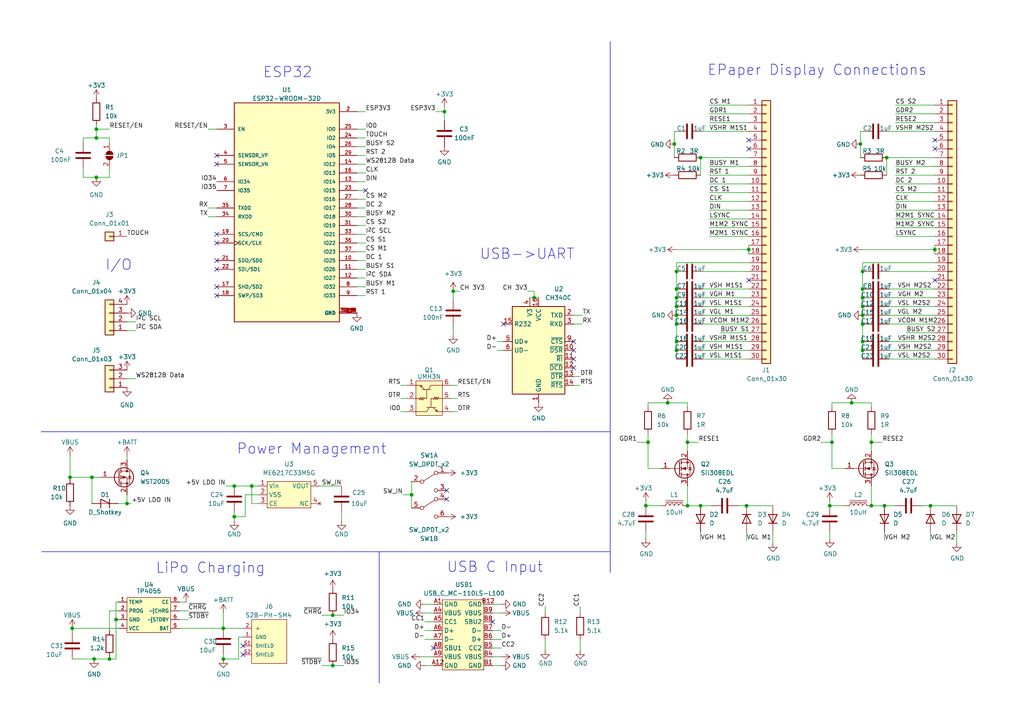
<source format=kicad_sch>
(kicad_sch (version 20211123) (generator eeschema)
  (paper "A4")
  (title_block (title "E-Paper Driver Board") (date "2023-05-03") (rev "v1.0") (company "By: Alexis Martinez") (comment 1 "Jacobs School of Engieering") (comment 2 "ECE 140B"))
  (junction (at 196.215 91.44))
  (junction (at 247.015 116.84))
  (junction (at 269.875 146.685))
  (junction (at 128.905 32.385))
  (junction (at 27.305 191.135))
  (junction (at 154.94 86.36))
  (junction (at 196.215 78.74))
  (junction (at 257.175 45.72))
  (junction (at 250.19 99.06))
  (junction (at 250.19 91.44))
  (junction (at 67.945 140.97))
  (junction (at 199.39 146.685))
  (junction (at 216.535 146.685))
  (junction (at 250.19 78.74))
  (junction (at 96.52 193.04))
  (junction (at 256.54 146.685))
  (junction (at 250.19 83.82))
  (junction (at 217.17 72.39))
  (junction (at 193.675 116.84))
  (junction (at 67.945 149.86))
  (junction (at 252.73 128.27))
  (junction (at 64.77 191.135))
  (junction (at 36.83 146.05))
  (junction (at 196.215 83.82))
  (junction (at 250.19 88.9))
  (junction (at 240.665 146.685))
  (junction (at 196.215 88.9))
  (junction (at 196.215 101.6))
  (junction (at 31.75 191.135))
  (junction (at 27.94 51.435))
  (junction (at 203.2 146.685))
  (junction (at 252.73 146.685))
  (junction (at 20.32 138.43))
  (junction (at 250.19 93.98))
  (junction (at 187.96 128.27))
  (junction (at 73.025 140.97))
  (junction (at 20.955 182.245))
  (junction (at 26.67 138.43))
  (junction (at 131.445 84.455))
  (junction (at 195.58 41.7704))
  (junction (at 187.325 146.685))
  (junction (at 196.215 99.06))
  (junction (at 27.94 37.465))
  (junction (at 196.215 86.36))
  (junction (at 33.655 179.705))
  (junction (at 271.145 72.39))
  (junction (at 241.3 128.27))
  (junction (at 64.77 182.245))
  (junction (at 196.215 93.98))
  (junction (at 250.19 101.6))
  (junction (at 250.19 86.36))
  (junction (at 199.39 128.27))
  (junction (at 249.555 41.7704))
  (junction (at 96.52 178.435))
  (junction (at 203.2 45.72))
  (junction (at 27.94 40.005))
  (junction (at 119.38 143.51))
  (no_connect (at 271.145 43.18))
  (no_connect (at 271.145 40.64))
  (no_connect (at 217.17 43.18))
  (no_connect (at 217.17 40.64))
  (no_connect (at 125.73 187.96))
  (no_connect (at 142.875 180.34))
  (no_connect (at 129.54 144.78))
  (no_connect (at 129.54 142.24))
  (no_connect (at 166.37 99.06))
  (no_connect (at 166.37 106.68))
  (no_connect (at 166.37 101.6))
  (no_connect (at 166.37 104.14))
  (no_connect (at 146.05 93.98))
  (no_connect (at 62.865 85.725))
  (no_connect (at 70.485 187.325))
  (no_connect (at 70.485 189.865))
  (no_connect (at 62.865 78.105))
  (no_connect (at 62.865 70.485))
  (no_connect (at 62.865 67.945))
  (no_connect (at 62.865 75.565))
  (no_connect (at 62.865 83.185))
  (no_connect (at 62.865 45.085))
  (no_connect (at 62.865 47.625))
  (no_connect (at 106.045 55.245))
  (no_connect (at 271.145 81.28))
  (no_connect (at 217.17 81.28))
  (wire (pts (xy 20.955 191.135) (xy 27.305 191.135)))
  (wire (pts (xy 52.07 182.245) (xy 64.77 182.245)))
  (wire (pts (xy 250.19 78.74) (xy 250.19 83.82)))
  (wire (pts (xy 26.67 138.43) (xy 26.67 146.05)))
  (wire (pts (xy 128.905 32.385) (xy 128.905 34.925)))
  (wire (pts (xy 36.83 146.05) (xy 38.1 146.05)))
  (wire (pts (xy 203.835 104.14) (xy 217.17 104.14)))
  (wire (pts (xy 193.675 116.84) (xy 199.39 116.84)))
  (wire (pts (xy 103.505 65.405) (xy 106.045 65.405)))
  (wire (pts (xy 187.96 116.84) (xy 193.675 116.84)))
  (wire (pts (xy 267.335 146.685) (xy 269.875 146.685)))
  (wire (pts (xy 31.75 191.135) (xy 33.655 191.135)))
  (wire (pts (xy 36.83 95.885) (xy 39.37 95.885)))
  (wire (pts (xy 144.145 99.06) (xy 146.05 99.06)))
  (wire (pts (xy 34.29 174.625) (xy 33.655 174.625)))
  (wire (pts (xy 36.83 109.855) (xy 39.37 109.855)))
  (wire (pts (xy 257.81 38.1) (xy 271.145 38.1)))
  (wire (pts (xy 103.505 50.165) (xy 106.045 50.165)))
  (wire (pts (xy 205.74 53.34) (xy 217.17 53.34)))
  (wire (pts (xy 252.73 125.73) (xy 252.73 128.27)))
  (wire (pts (xy 36.83 143.51) (xy 36.83 146.05)))
  (wire (pts (xy 250.19 93.98) (xy 250.19 99.06)))
  (wire (pts (xy 196.215 86.36) (xy 196.215 88.9)))
  (wire (pts (xy 27.94 37.465) (xy 27.94 40.005)))
  (wire (pts (xy 103.505 67.945) (xy 106.045 67.945)))
  (wire (pts (xy 259.715 50.8) (xy 271.145 50.8)))
  (wire (pts (xy 196.215 83.82) (xy 196.215 86.36)))
  (wire (pts (xy 103.505 75.565) (xy 106.045 75.565)))
  (wire (pts (xy 103.505 85.725) (xy 106.045 85.725)))
  (wire (pts (xy 259.715 66.04) (xy 271.145 66.04)))
  (wire (pts (xy 69.215 184.785) (xy 69.215 191.135)))
  (wire (pts (xy 36.83 93.345) (xy 39.37 93.345)))
  (wire (pts (xy 27.94 36.195) (xy 27.94 37.465)))
  (wire (pts (xy 36.83 132.08) (xy 36.83 133.35)))
  (wire (pts (xy 166.37 111.76) (xy 168.275 111.76)))
  (wire (pts (xy 269.875 146.685) (xy 277.495 146.685)))
  (wire (pts (xy 196.215 101.6) (xy 196.215 104.14)))
  (wire (pts (xy 257.175 45.72) (xy 271.145 45.72)))
  (wire (pts (xy 62.865 62.865) (xy 60.325 62.865)))
  (wire (pts (xy 103.505 32.385) (xy 106.045 32.385)))
  (wire (pts (xy 203.835 101.6) (xy 217.17 101.6)))
  (wire (pts (xy 205.74 66.04) (xy 217.17 66.04)))
  (wire (pts (xy 241.3 128.27) (xy 241.3 135.89)))
  (wire (pts (xy 131.445 84.455) (xy 131.445 86.995)))
  (wire (pts (xy 259.715 35.56) (xy 271.145 35.56)))
  (wire (pts (xy 187.96 118.11) (xy 187.96 116.84)))
  (wire (pts (xy 126.365 32.385) (xy 128.905 32.385)))
  (wire (pts (xy 240.665 146.685) (xy 245.11 146.685)))
  (wire (pts (xy 271.145 71.12) (xy 271.145 72.39)))
  (wire (pts (xy 24.13 48.895) (xy 24.13 51.435)))
  (wire (pts (xy 31.75 177.165) (xy 31.75 182.88)))
  (wire (pts (xy 153.67 86.36) (xy 154.94 86.36)))
  (wire (pts (xy 205.74 35.56) (xy 217.17 35.56)))
  (wire (pts (xy 250.19 99.06) (xy 250.19 101.6)))
  (wire (pts (xy 252.73 128.27) (xy 255.905 128.27)))
  (wire (pts (xy 103.505 73.025) (xy 106.045 73.025)))
  (wire (pts (xy 116.205 115.57) (xy 118.11 115.57)))
  (wire (pts (xy 249.555 38.1) (xy 250.19 38.1)))
  (wire (pts (xy 67.945 148.59) (xy 67.945 149.86)))
  (wire (pts (xy 154.94 84.455) (xy 154.94 86.36)))
  (wire (pts (xy 203.835 99.06) (xy 217.17 99.06)))
  (wire (pts (xy 205.74 33.02) (xy 217.17 33.02)))
  (wire (pts (xy 123.19 182.88) (xy 125.73 182.88)))
  (wire (pts (xy 205.74 48.26) (xy 217.17 48.26)))
  (wire (pts (xy 259.715 33.02) (xy 271.145 33.02)))
  (wire (pts (xy 259.715 63.5) (xy 271.145 63.5)))
  (wire (pts (xy 103.505 78.105) (xy 106.045 78.105)))
  (wire (pts (xy 203.835 91.44) (xy 217.17 91.44)))
  (wire (pts (xy 259.715 30.48) (xy 271.145 30.48)))
  (wire (pts (xy 93.345 178.435) (xy 96.52 178.435)))
  (wire (pts (xy 142.875 185.42) (xy 145.415 185.42)))
  (wire (pts (xy 103.505 80.645) (xy 106.045 80.645)))
  (wire (pts (xy 128.905 31.115) (xy 128.905 32.385)))
  (wire (pts (xy 31.75 51.435) (xy 27.94 51.435)))
  (wire (pts (xy 166.37 93.98) (xy 168.91 93.98)))
  (wire (pts (xy 199.39 116.84) (xy 199.39 118.11)))
  (wire (pts (xy 257.81 88.9) (xy 271.145 88.9)))
  (wire (pts (xy 166.37 109.22) (xy 168.275 109.22)))
  (wire (pts (xy 27.305 191.135) (xy 31.75 191.135)))
  (wire (pts (xy 196.215 76.2) (xy 196.215 78.74)))
  (wire (pts (xy 119.38 143.51) (xy 119.38 147.32)))
  (wire (pts (xy 252.73 146.685) (xy 256.54 146.685)))
  (wire (pts (xy 252.73 128.27) (xy 252.73 130.81)))
  (wire (pts (xy 20.32 138.43) (xy 26.67 138.43)))
  (wire (pts (xy 31.75 190.5) (xy 31.75 191.135)))
  (wire (pts (xy 213.995 146.685) (xy 216.535 146.685)))
  (wire (pts (xy 238.125 128.27) (xy 241.3 128.27)))
  (wire (pts (xy 168.275 185.42) (xy 168.275 188.595)))
  (wire (pts (xy 144.145 101.6) (xy 146.05 101.6)))
  (wire (pts (xy 70.485 184.785) (xy 69.215 184.785)))
  (wire (pts (xy 257.81 86.36) (xy 271.145 86.36)))
  (wire (pts (xy 187.325 154.305) (xy 187.325 156.21)))
  (wire (pts (xy 71.12 143.51) (xy 71.12 149.86)))
  (wire (pts (xy 24.13 40.005) (xy 27.94 40.005)))
  (wire (pts (xy 241.3 118.11) (xy 241.3 116.84)))
  (wire (pts (xy 205.74 55.88) (xy 217.17 55.88)))
  (wire (pts (xy 33.655 179.705) (xy 33.655 191.135)))
  (wire (pts (xy 195.58 38.1) (xy 195.58 41.7704)))
  (wire (pts (xy 130.81 111.76) (xy 132.715 111.76)))
  (wire (pts (xy 205.74 63.5) (xy 217.17 63.5)))
  (wire (pts (xy 67.945 149.86) (xy 67.945 151.13)))
  (wire (pts (xy 250.19 76.2) (xy 250.19 78.74)))
  (wire (pts (xy 269.875 154.305) (xy 269.875 156.845)))
  (wire (pts (xy 240.665 154.305) (xy 240.665 156.21)))
  (wire (pts (xy 203.835 93.98) (xy 217.17 93.98)))
  (wire (pts (xy 123.19 177.8) (xy 125.73 177.8)))
  (wire (pts (xy 123.19 185.42) (xy 125.73 185.42)))
  (wire (pts (xy 131.445 94.615) (xy 131.445 97.155)))
  (wire (pts (xy 116.205 119.38) (xy 118.11 119.38)))
  (wire (pts (xy 250.19 101.6) (xy 250.19 104.14)))
  (wire (pts (xy 217.17 76.2) (xy 196.215 76.2)))
  (polyline (pts (xy 109.982 198.12) (xy 109.982 160.02)) (stroke (width 0) (type solid)))
  (wire (pts (xy 130.81 119.38) (xy 132.715 119.38)))
  (wire (pts (xy 31.75 48.895) (xy 31.75 51.435)))
  (wire (pts (xy 196.215 99.06) (xy 196.215 101.6)))
  (wire (pts (xy 203.835 38.1) (xy 217.17 38.1)))
  (wire (pts (xy 259.715 68.58) (xy 271.145 68.58)))
  (wire (pts (xy 103.505 52.705) (xy 106.045 52.705)))
  (wire (pts (xy 257.81 104.14) (xy 271.145 104.14)))
  (wire (pts (xy 153.035 84.455) (xy 154.94 84.455)))
  (wire (pts (xy 250.19 88.9) (xy 250.19 91.44)))
  (wire (pts (xy 256.54 154.305) (xy 256.54 156.845)))
  (wire (pts (xy 203.2 45.72) (xy 217.17 45.72)))
  (wire (pts (xy 196.215 38.1) (xy 195.58 38.1)))
  (wire (pts (xy 271.145 76.2) (xy 250.19 76.2)))
  (wire (pts (xy 187.96 125.73) (xy 187.96 128.27)))
  (wire (pts (xy 74.93 146.05) (xy 73.025 146.05)))
  (wire (pts (xy 24.13 51.435) (xy 27.94 51.435)))
  (wire (pts (xy 73.025 146.05) (xy 73.025 140.97)))
  (wire (pts (xy 96.52 193.04) (xy 99.695 193.04)))
  (wire (pts (xy 158.115 175.895) (xy 158.115 177.8)))
  (wire (pts (xy 31.75 40.005) (xy 31.75 41.275)))
  (wire (pts (xy 96.52 178.435) (xy 99.695 178.435)))
  (wire (pts (xy 103.505 42.545) (xy 106.045 42.545)))
  (wire (pts (xy 103.505 60.325) (xy 106.045 60.325)))
  (wire (pts (xy 249.555 41.7704) (xy 249.555 45.72)))
  (wire (pts (xy 142.875 175.26) (xy 145.415 175.26)))
  (wire (pts (xy 259.715 53.34) (xy 271.145 53.34)))
  (polyline (pts (xy 109.9312 160.02) (xy 176.9872 160.02)) (stroke (width 0) (type solid)))
  (wire (pts (xy 62.865 60.325) (xy 60.325 60.325)))
  (wire (pts (xy 36.83 146.05) (xy 34.29 146.05)))
  (wire (pts (xy 203.2 146.685) (xy 206.375 146.685)))
  (wire (pts (xy 27.94 40.005) (xy 31.75 40.005)))
  (wire (pts (xy 103.505 57.785) (xy 106.045 57.785)))
  (wire (pts (xy 256.54 146.685) (xy 259.715 146.685)))
  (wire (pts (xy 26.67 138.43) (xy 29.21 138.43)))
  (wire (pts (xy 74.93 143.51) (xy 71.12 143.51)))
  (wire (pts (xy 187.325 145.415) (xy 187.325 146.685)))
  (wire (pts (xy 203.835 88.9) (xy 217.17 88.9)))
  (wire (pts (xy 250.19 72.39) (xy 271.145 72.39)))
  (wire (pts (xy 205.74 60.96) (xy 217.17 60.96)))
  (wire (pts (xy 277.495 154.305) (xy 277.495 157.48)))
  (wire (pts (xy 259.715 60.96) (xy 271.145 60.96)))
  (wire (pts (xy 252.73 140.97) (xy 252.73 146.685)))
  (wire (pts (xy 65.405 140.97) (xy 67.945 140.97)))
  (wire (pts (xy 217.17 72.39) (xy 217.17 73.66)))
  (wire (pts (xy 216.535 146.685) (xy 224.155 146.685)))
  (wire (pts (xy 123.19 180.34) (xy 125.73 180.34)))
  (wire (pts (xy 64.77 177.8) (xy 64.77 182.245)))
  (wire (pts (xy 216.535 154.305) (xy 216.535 156.845)))
  (wire (pts (xy 103.505 45.085) (xy 106.045 45.085)))
  (wire (pts (xy 257.81 101.6) (xy 271.145 101.6)))
  (wire (pts (xy 103.505 55.245) (xy 106.045 55.245)))
  (wire (pts (xy 271.145 72.39) (xy 271.145 73.66)))
  (wire (pts (xy 249.555 38.1) (xy 249.555 41.7704)))
  (wire (pts (xy 121.92 190.5) (xy 125.73 190.5)))
  (wire (pts (xy 103.505 62.865) (xy 106.045 62.865)))
  (wire (pts (xy 158.115 185.42) (xy 158.115 188.595)))
  (wire (pts (xy 20.955 182.245) (xy 20.955 183.515)))
  (wire (pts (xy 205.74 58.42) (xy 217.17 58.42)))
  (wire (pts (xy 184.785 128.27) (xy 187.96 128.27)))
  (wire (pts (xy 93.345 193.04) (xy 96.52 193.04)))
  (wire (pts (xy 116.205 111.76) (xy 118.11 111.76)))
  (wire (pts (xy 130.81 115.57) (xy 132.715 115.57)))
  (wire (pts (xy 252.73 116.84) (xy 252.73 118.11)))
  (wire (pts (xy 142.875 193.04) (xy 145.415 193.04)))
  (wire (pts (xy 92.71 140.97) (xy 99.06 140.97)))
  (wire (pts (xy 103.505 47.625) (xy 106.045 47.625)))
  (wire (pts (xy 205.74 30.48) (xy 217.17 30.48)))
  (wire (pts (xy 33.655 174.625) (xy 33.655 179.705)))
  (wire (pts (xy 196.215 78.74) (xy 196.215 83.82)))
  (wire (pts (xy 257.81 93.98) (xy 271.145 93.98)))
  (wire (pts (xy 250.19 91.44) (xy 250.19 93.98)))
  (wire (pts (xy 250.19 83.82) (xy 250.19 86.36)))
  (wire (pts (xy 154.94 86.36) (xy 156.21 86.36)))
  (wire (pts (xy 262.89 96.52) (xy 271.145 96.52)))
  (wire (pts (xy 64.77 189.865) (xy 64.77 191.135)))
  (wire (pts (xy 123.19 193.04) (xy 125.73 193.04)))
  (wire (pts (xy 103.505 37.465) (xy 106.045 37.465)))
  (wire (pts (xy 259.715 48.26) (xy 271.145 48.26)))
  (wire (pts (xy 33.655 179.705) (xy 34.29 179.705)))
  (wire (pts (xy 142.875 187.96) (xy 145.415 187.96)))
  (wire (pts (xy 20.32 132.08) (xy 20.32 138.43)))
  (wire (pts (xy 71.12 149.86) (xy 67.945 149.86)))
  (wire (pts (xy 52.07 179.705) (xy 54.61 179.705)))
  (wire (pts (xy 142.875 190.5) (xy 145.415 190.5)))
  (wire (pts (xy 116.84 143.51) (xy 119.38 143.51)))
  (wire (pts (xy 208.915 96.52) (xy 217.17 96.52)))
  (wire (pts (xy 199.39 125.73) (xy 199.39 128.27)))
  (wire (pts (xy 20.32 138.43) (xy 20.32 139.065)))
  (wire (pts (xy 257.81 78.74) (xy 271.145 78.74)))
  (wire (pts (xy 142.875 182.88) (xy 145.415 182.88)))
  (wire (pts (xy 259.715 58.42) (xy 271.145 58.42)))
  (wire (pts (xy 67.945 140.97) (xy 73.025 140.97)))
  (wire (pts (xy 199.39 140.97) (xy 199.39 146.685)))
  (wire (pts (xy 123.19 175.26) (xy 125.73 175.26)))
  (wire (pts (xy 103.505 40.005) (xy 106.045 40.005)))
  (wire (pts (xy 187.96 128.27) (xy 187.96 135.89)))
  (wire (pts (xy 241.3 125.73) (xy 241.3 128.27)))
  (wire (pts (xy 199.39 128.27) (xy 199.39 130.81)))
  (polyline (pts (xy 11.938 125.222) (xy 176.911 125.222)) (stroke (width 0) (type solid)))
  (wire (pts (xy 203.835 83.82) (xy 217.17 83.82)))
  (wire (pts (xy 168.275 175.895) (xy 168.275 177.8)))
  (wire (pts (xy 187.325 146.685) (xy 191.77 146.685)))
  (wire (pts (xy 250.19 86.36) (xy 250.19 88.9)))
  (wire (pts (xy 166.37 91.44) (xy 168.91 91.44)))
  (wire (pts (xy 73.025 140.97) (xy 74.93 140.97)))
  (wire (pts (xy 27.94 37.465) (xy 31.75 37.465)))
  (wire (pts (xy 217.17 71.12) (xy 217.17 72.39)))
  (wire (pts (xy 240.665 145.415) (xy 240.665 146.685)))
  (wire (pts (xy 69.215 191.135) (xy 64.77 191.135)))
  (wire (pts (xy 131.445 84.455) (xy 133.35 84.455)))
  (wire (pts (xy 196.215 93.98) (xy 196.215 99.06)))
  (wire (pts (xy 99.06 148.59) (xy 99.06 151.13)))
  (wire (pts (xy 199.39 146.685) (xy 203.2 146.685)))
  (wire (pts (xy 142.875 177.8) (xy 145.415 177.8)))
  (wire (pts (xy 20.955 182.245) (xy 34.29 182.245)))
  (wire (pts (xy 205.74 68.58) (xy 217.17 68.58)))
  (wire (pts (xy 199.39 128.27) (xy 202.565 128.27)))
  (polyline (pts (xy 12.065 160.02) (xy 109.982 160.02)) (stroke (width 0) (type solid)))
  (wire (pts (xy 203.2 45.72) (xy 203.2 50.8)))
  (wire (pts (xy 241.3 135.89) (xy 245.11 135.89)))
  (wire (pts (xy 103.505 83.185) (xy 106.045 83.185)))
  (wire (pts (xy 34.29 177.165) (xy 31.75 177.165)))
  (wire (pts (xy 52.07 174.625) (xy 53.975 174.625)))
  (wire (pts (xy 203.835 78.74) (xy 217.17 78.74)))
  (wire (pts (xy 196.215 88.9) (xy 196.215 91.44)))
  (wire (pts (xy 257.81 99.06) (xy 271.145 99.06)))
  (wire (pts (xy 205.74 50.8) (xy 217.17 50.8)))
  (wire (pts (xy 203.835 86.36) (xy 217.17 86.36)))
  (wire (pts (xy 259.715 55.88) (xy 271.145 55.88)))
  (wire (pts (xy 247.015 116.84) (xy 252.73 116.84)))
  (wire (pts (xy 224.155 154.305) (xy 224.155 157.48)))
  (wire (pts (xy 257.175 45.72) (xy 257.175 50.8)))
  (wire (pts (xy 241.3 116.84) (xy 247.015 116.84)))
  (wire (pts (xy 195.58 41.7704) (xy 195.58 45.72)))
  (wire (pts (xy 52.07 177.165) (xy 54.61 177.165)))
  (wire (pts (xy 60.325 37.465) (xy 62.865 37.465)))
  (wire (pts (xy 24.13 40.005) (xy 24.13 41.275)))
  (wire (pts (xy 119.38 139.7) (xy 119.38 143.51)))
  (wire (pts (xy 203.2 154.305) (xy 203.2 156.845)))
  (wire (pts (xy 257.81 83.82) (xy 271.145 83.82)))
  (wire (pts (xy 196.215 91.44) (xy 196.215 93.98)))
  (wire (pts (xy 257.81 91.44) (xy 271.145 91.44)))
  (wire (pts (xy 103.505 70.485) (xy 106.045 70.485)))
  (polyline (pts (xy 176.9872 12.0396) (xy 176.9872 166.0144)) (stroke (width 0) (type solid)))
  (wire (pts (xy 64.77 182.245) (xy 70.485 182.245)))
  (wire (pts (xy 187.96 135.89) (xy 191.77 135.89)))
  (wire (pts (xy 196.215 72.39) (xy 217.17 72.39)))
  (text "I/O" (at 30.48 78.74 0) (effects (font (size 3 3)) (justify left bottom)))
  (text "EPaper Display Connections" (at 205.105 22.225 0) (effects (font (size 3 3)) (justify left bottom)))
  (text "USB->UART" (at 139.065 75.565 0) (effects (font (size 3 3)) (justify left bottom)))
  (text "USB C Input\n" (at 129.54 166.37 0) (effects (font (size 3 3)) (justify left bottom)))
  (text "LiPo Charging\n" (at 45.085 166.624 0) (effects (font (size 3 3)) (justify left bottom)))
  (text "Power Management\n" (at 68.58 132.08 0) (effects (font (size 3 3)) (justify left bottom)))
  (text "ESP32" (at 76.2 22.86 0) (effects (font (size 3 3)) (justify left bottom)))
  (label "RST 1" (at 205.74 50.8 0))
  (label "VSL M2S2" (at 260.322 88.9 0))
  (label "ESP3V3" (at 126.365 32.385 180))
  (label "TX" (at 60.325 62.865 180))
  (label "RESE2" (at 255.905 128.27 0))
  (label "IO35" (at 62.865 55.245 180))
  (label "VGL M1" (at 216.535 156.845 0))
  (label "BUSY S2" (at 262.89 96.52 0))
  (label "CC2" (at 158.115 175.895 90))
  (label "VSHR M2S2" (at 259.715 38.1 0))
  (label "M1M2 SYNC" (at 205.74 66.04 0))
  (label "CS M2" (at 259.715 55.88 0))
  (label "VSHR M2S2" (at 260.35 99.06 0))
  (label "IO34" (at 62.865 52.705 180))
  (label "VGH M2" (at 260.4058 86.36 0))
  (label "+5V LDO IN" (at 38.1 146.05 0))
  (label "CS S1" (at 106.045 70.485 0))
  (label "RST 2" (at 106.045 45.085 0))
  (label "IO0" (at 116.205 119.38 180))
  (label "SW_IN" (at 116.84 143.51 180))
  (label "RX" (at 168.91 93.98 0))
  (label "D-" (at 144.145 101.6 180))
  (label "DTR" (at 132.715 119.38 0))
  (label "~{CHRG}" (at 54.61 177.165 0))
  (label "RESE2" (at 259.715 35.56 0))
  (label "VGH M2" (at 256.54 156.845 0))
  (label "~{STDBY}" (at 54.61 179.705 0))
  (label "I^{2}C SCL" (at 39.37 93.345 0))
  (label "I^{2}C SCL" (at 106.045 67.945 0))
  (label "CS S2" (at 106.045 65.405 0))
  (label "BUSY S1" (at 106.045 78.105 0))
  (label "RST 2" (at 259.715 50.8 0))
  (label "VSH M2S2" (at 260.322 83.82 0))
  (label "CH 3V3" (at 133.35 84.455 0))
  (label "RX" (at 60.325 60.325 180))
  (label "VSH M1S1" (at 205.74 101.6 0))
  (label "BUSY M1" (at 205.74 48.26 0))
  (label "DTR" (at 168.275 109.22 0))
  (label "RTS" (at 168.275 111.76 0))
  (label "BUSY S1" (at 208.915 96.52 0))
  (label "DC 1" (at 106.045 75.565 0))
  (label "DC 2" (at 106.045 60.325 0))
  (label "GDR1" (at 184.785 128.27 180))
  (label "CLK" (at 205.74 58.42 0))
  (label "TX" (at 168.91 91.44 0))
  (label "VSH M1S1" (at 205.74 83.82 0))
  (label "CS M1" (at 205.74 30.48 0))
  (label "BUSY M2" (at 106.045 62.865 0))
  (label "VGH M1" (at 205.7613 86.36 0))
  (label "CH 3V3" (at 153.035 84.455 180))
  (label "VGL M2" (at 269.875 156.845 0))
  (label "RTS" (at 116.205 111.76 180))
  (label "RTS" (at 132.715 115.57 0))
  (label "DIN" (at 205.74 60.96 0))
  (label "CC2" (at 145.415 187.96 0))
  (label "DTR" (at 116.205 115.57 180))
  (label "WS2812B Data" (at 106.045 47.625 0))
  (label "LSYNC" (at 205.74 63.5 0))
  (label "TOUCH" (at 106.045 40.005 0))
  (label "D+" (at 123.19 182.88 180))
  (label "GDR2" (at 238.125 128.27 180))
  (label "RESET{slash}EN" (at 31.75 37.465 0))
  (label "BUSY M1" (at 106.045 83.185 0))
  (label "I^{2}C SDA" (at 106.045 80.645 0))
  (label "~{STDBY}" (at 93.345 193.04 180))
  (label "VGL M2" (at 260.2802 91.44 0))
  (label "VSHR M1S1" (at 205.74 99.06 0))
  (label "VCOM M1M2" (at 260.35 93.98 0))
  (label "TOUCH" (at 36.83 68.58 0))
  (label "IO0" (at 106.045 37.465 0))
  (label "M1M2 SYNC" (at 259.715 66.04 0))
  (label "VSL M1S1" (at 205.74 88.9 0))
  (label "D+" (at 145.415 185.42 0))
  (label "CLK" (at 106.045 50.165 0))
  (label "VGL M1" (at 205.74 91.44 0))
  (label "RESE1" (at 202.565 128.27 0))
  (label "D+" (at 144.145 99.06 180))
  (label "DC 1" (at 205.74 53.34 0))
  (label "IO35" (at 99.695 193.04 0))
  (label "CC1" (at 168.275 175.895 90))
  (label "VGH M1" (at 203.2 156.845 0))
  (label "M2M1 SYNC" (at 205.74 68.58 0))
  (label "VSH M2S2" (at 260.35 101.6 0))
  (label "CLK" (at 259.715 58.42 0))
  (label "IO34" (at 99.695 178.435 0))
  (label "D-" (at 145.415 182.88 0))
  (label "M2M1 SYNC" (at 259.715 63.5 0))
  (label "WS2812B Data" (at 39.37 109.855 0))
  (label "CS S1" (at 205.74 55.88 0))
  (label "CS S2" (at 259.715 30.48 0))
  (label "~{CHRG}" (at 93.345 178.435 180))
  (label "RESET{slash}EN" (at 132.715 111.76 0))
  (label "ESP3V3" (at 106.045 32.385 0))
  (label "CC1" (at 123.19 180.34 180))
  (label "RST 1" (at 106.045 85.725 0))
  (label "CS M2" (at 106.045 57.785 0))
  (label "BUSY M2" (at 259.715 48.26 0))
  (label "I^{2}C SDA" (at 39.37 95.885 0))
  (label "DIN" (at 106.045 52.705 0))
  (label "LSYNC" (at 259.715 68.58 0))
  (label "VCOM M1M2" (at 205.74 93.98 0))
  (label "RESET{slash}EN" (at 60.325 37.465 180))
  (label "BUSY S2" (at 106.045 42.545 0))
  (label "D-" (at 123.19 185.42 180))
  (label "GDR1" (at 205.74 33.02 0))
  (label "DC 2" (at 259.715 53.34 0))
  (label "+5V LDO IN" (at 65.405 140.97 180))
  (label "CS M1" (at 106.045 73.025 0))
  (label "GDR2" (at 259.715 33.02 0))
  (label "VSHR M1S1" (at 205.74 38.1 0))
  (label "SW_IN" (at 99.06 140.97 180))
  (label "VSL M1S1" (at 205.74 104.14 0))
  (label "DIN" (at 259.715 60.96 0))
  (label "RESE1" (at 205.74 35.56 0))
  (label "VSL M2S2" (at 260.35 104.14 0))
  (symbol (lib_id "Device:C") (at 20.955 187.325 0) (mirror y) (unit 1)
    (property "Reference" "C31" (at 14.605 187.325 0) (effects (justify right)))
    (property "Value" "10uF" (at 13.335 189.865 0) (effects (justify right)))
    (property "Footprint" "Capacitor_SMD:C_0603_1608Metric" (effects hide))
  )
  (symbol (lib_id "Device:R") (at 253.365 50.8 90) (unit 1)
    (property "Reference" "R5" (at 251.46 48.895 90))
    (property "Value" "10k" (at 255.27 48.895 90))
    (property "Footprint" "Resistor_SMD:R_0603_1608Metric" (effects hide))
  )
  (symbol (lib_id "Connector_Generic:Conn_01x04") (at 31.75 93.345 180) (unit 1)
    (property "Reference" "J4" (at 27.94 81.915 0))
    (property "Value" "Conn_01x04" (at 26.67 84.455 0))
    (property "Footprint" "Connector_PinHeader_2.54mm:PinHeader_1x04_P2.54mm_Vertical" (effects hide))
  )
  (symbol (lib_id "Device:C") (at 187.325 150.495 0) (mirror y) (unit 1)
    (property "Reference" "C28" (at 180.34 149.225 0) (effects (justify right)))
    (property "Value" "4.7uF" (at 179.07 151.765 0) (effects (justify right)))
    (property "Footprint" "Capacitor_SMD:C_0603_1608Metric" (effects hide))
  )
  (symbol (lib_id "Device:C") (at 254 83.82 90) (unit 1)
    (property "Reference" "C8" (at 251.587 82.931 90))
    (property "Value" "1uF" (at 256.921 82.931 90))
    (property "Footprint" "Capacitor_SMD:C_0603_1608Metric" (effects hide))
  )
  (symbol (lib_id "Device:D") (at 224.155 150.495 90) (unit 1)
    (property "Reference" "D4" (at 226.695 149.2249 90) (effects (justify right)))
    (property "Value" "D" (at 226.695 151.7649 90) (effects (justify right)))
    (property "Footprint" "Diode_SMD:D_SOD-123" (effects hide))
  )
  (symbol (lib_id "UMH3N:UMH3N") (at 124.46 115.57 0) (unit 1)
    (property "Reference" "Q1" (at 124.46 107.315 0))
    (property "Value" "UMH3N" (at 124.46 109.22 0))
    (property "Footprint" "Package_TO_SOT_SMD:SOT-363_SC-70-6" (effects hide))
  )
  (symbol (lib_id "power:VBUS") (at 20.32 132.08 0) (unit 1)
    (property "Reference" "#PWR023" (effects hide))
    (property "Value" "VBUS" (at 20.32 128.27 0))
  )
  (symbol (lib_id "Device:D_Shockley") (at 30.48 146.05 0) (mirror y) (unit 1)
    (property "Reference" "D1" (at 30.48 143.51 0))
    (property "Value" "D_Shotkey" (at 30.48 148.59 0))
    (property "Footprint" "Diode_SMD:D_SOD-123" (effects hide))
  )
  (symbol (lib_id "power:+3V3") (at 128.905 31.115 0) (unit 1)
    (property "Reference" "#PWR02" (effects hide))
    (property "Value" "+3V3" (at 128.905 27.305 0))
  )
  (symbol (lib_id "Device:C") (at 67.945 144.78 0) (mirror y) (unit 1)
    (property "Reference" "C24" (at 60.96 143.51 0) (effects (justify right)))
    (property "Value" "10uF" (at 60.325 146.05 0) (effects (justify right)))
    (property "Footprint" "Capacitor_SMD:C_0603_1608Metric" (effects hide))
  )
  (symbol (lib_id "Device:C") (at 200.025 78.74 90) (unit 1)
    (property "Reference" "C5" (at 197.612 77.851 90))
    (property "Value" "1uF" (at 202.946 77.851 90))
    (property "Footprint" "Capacitor_SMD:C_0603_1608Metric" (effects hide))
  )
  (symbol (lib_id "Device:C") (at 200.025 99.06 90) (unit 1)
    (property "Reference" "C18" (at 197.612 98.171 90))
    (property "Value" "1uF" (at 202.946 98.171 90))
    (property "Footprint" "Capacitor_SMD:C_0603_1608Metric" (effects hide))
  )
  (symbol (lib_id "ESP32-WROOM-32D:ESP32-WROOM-32D") (at 83.185 60.325 0) (unit 1)
    (property "Reference" "U1" (at 83.185 26.035 0))
    (property "Value" "ESP32-WROOM-32D" (at 83.185 28.575 0))
    (property "Footprint" "ESP32-WROOM-32D:MODULE_ESP32-WROOM-32D" (effects hide))
    (property "STANDARD" "Manufacturer Recommendations" (effects hide))
    (property "MAXIMUM_PACKAGE_HEIGHT" "3.2 mm" (effects hide))
    (property "MANUFACTURER" "Espressif Systems" (effects hide))
    (property "PARTREV" "1.9" (effects hide))
  )
  (symbol (lib_id "Jumper:SolderJumper_2_Open") (at 31.75 45.085 270) (unit 1)
    (property "Reference" "JP1" (at 33.655 45.0849 90) (effects (justify left)))
    (property "Value" "SolderJumper_2_Open" (effects hide))
    (property "Footprint" "Jumper:SolderJumper-2_P1.3mm_Open_Pad1.0x1.5mm" (effects hide))
  )
  (symbol (lib_id "power:GND") (at 156.21 116.84 0) (unit 1)
    (property "Reference" "#PWR020" (effects hide))
    (property "Value" "GND" (at 156.21 121.285 0))
  )
  (symbol (lib_id "Device:C") (at 254 38.1 90) (unit 1)
    (property "Reference" "C2" (at 251.587 37.211 90))
    (property "Value" "1uF" (at 256.921 37.211 90))
    (property "Footprint" "Capacitor_SMD:C_0603_1608Metric" (effects hide))
  )
  (symbol (lib_id "Device:R") (at 20.32 142.875 0) (mirror y) (unit 1)
    (property "Reference" "R10" (at 15.24 141.605 0) (effects (justify right)))
    (property "Value" "10k" (at 14.605 144.145 0) (effects (justify right)))
    (property "Footprint" "Resistor_SMD:R_0603_1608Metric" (effects hide))
  )
  (symbol (lib_id "ME6217C33M5G:ME6217C33M5G") (at 83.82 143.51 0) (unit 1)
    (property "Reference" "U3" (at 83.82 134.62 0))
    (property "Value" "ME6217C33M5G" (at 83.82 137.16 0))
    (property "Footprint" "Package_TO_SOT_SMD:SOT-23-5" (effects hide))
  )
  (symbol (lib_id "Device:C") (at 64.77 186.055 0) (mirror y) (unit 1)
    (property "Reference" "C30" (at 59.055 186.055 0) (effects (justify right)))
    (property "Value" "10uF" (at 57.785 188.595 0) (effects (justify right)))
    (property "Footprint" "Capacitor_SMD:C_0603_1608Metric" (effects hide))
  )
  (symbol (lib_id "power:GND") (at 240.665 156.21 0) (unit 1)
    (property "Reference" "#PWR033" (effects hide))
    (property "Value" "GND" (at 238.76 160.655 0) (effects (justify left)))
  )
  (symbol (lib_id "power:+3V3") (at 36.83 88.265 0) (unit 1)
    (property "Reference" "#PWR012" (effects hide))
    (property "Value" "+3V3" (at 36.83 84.455 0))
  )
  (symbol (lib_id "Device:Q_NMOS_GSD") (at 250.19 135.89 0) (mirror x) (unit 1)
    (property "Reference" "Q3" (at 256.54 134.6199 0) (effects (justify left)))
    (property "Value" "Sil308EDL" (at 256.54 137.1599 0) (effects (justify left)))
    (property "Footprint" "Package_TO_SOT_SMD:SOT-323_SC-70" (effects hide))
  )
  (symbol (lib_id "power:GND") (at 277.495 157.48 0) (unit 1)
    (property "Reference" "#PWR035" (effects hide))
    (property "Value" "GND" (at 275.59 161.925 0) (effects (justify left)))
  )
  (symbol (lib_id "Device:C") (at 200.025 83.82 90) (unit 1)
    (property "Reference" "C7" (at 197.612 82.931 90))
    (property "Value" "1uF" (at 202.946 82.931 90))
    (property "Footprint" "Capacitor_SMD:C_0603_1608Metric" (effects hide))
  )
  (symbol (lib_id "power:+3V3") (at 96.52 185.42 0) (unit 1)
    (property "Reference" "#PWR044" (effects hide))
    (property "Value" "+3V3" (at 96.52 180.975 0))
  )
  (symbol (lib_id "power:GND") (at 36.83 112.395 0) (unit 1)
    (property "Reference" "#PWR019" (effects hide))
    (property "Value" "GND" (at 36.83 117.475 0))
  )
  (symbol (lib_id "power:+3V3") (at 187.325 145.415 0) (unit 1)
    (property "Reference" "#PWR026" (effects hide))
    (property "Value" "+3V3" (at 189.23 141.605 0) (effects (justify right)))
  )
  (symbol (lib_id "power:+3V3") (at 27.94 28.575 0) (unit 1)
    (property "Reference" "#PWR01" (effects hide))
    (property "Value" "+3V3" (at 27.94 24.765 0))
  )
  (symbol (lib_id "Device:R") (at 199.39 121.92 0) (unit 1)
    (property "Reference" "R7" (at 201.93 120.6499 0) (effects (justify left)))
    (property "Value" "1R" (at 201.93 123.1899 0) (effects (justify left)))
    (property "Footprint" "Resistor_SMD:R_0603_1608Metric" (effects hide))
  )
  (symbol (lib_id "power:GND") (at 145.415 175.26 90) (unit 1)
    (property "Reference" "#PWR039" (effects hide))
    (property "Value" "GND" (at 148.59 175.2599 90) (effects (justify right)))
  )
  (symbol (lib_id "power:GND") (at 195.58 41.7704 270) (unit 1)
    (property "Reference" "#PWR03" (effects hide))
    (property "Value" "GND" (at 188.595 41.91 90) (effects (justify left)))
  )
  (symbol (lib_id "Connector_Generic:Conn_01x03") (at 31.75 109.855 180) (unit 1)
    (property "Reference" "J5" (at 27.94 101.6 0))
    (property "Value" "Conn_01x03" (at 26.67 104.14 0))
    (property "Footprint" "Connector_PinHeader_2.54mm:PinHeader_1x03_P2.54mm_Vertical" (effects hide))
  )
  (symbol (lib_id "power:+BATT") (at 36.83 132.08 0) (unit 1)
    (property "Reference" "#PWR024" (effects hide))
    (property "Value" "+BATT" (at 36.83 128.27 0))
  )
  (symbol (lib_id "Device:D") (at 277.495 150.495 90) (unit 1)
    (property "Reference" "D7" (at 280.035 149.2249 90) (effects (justify right)))
    (property "Value" "D" (at 280.035 151.7649 90) (effects (justify right)))
    (property "Footprint" "Diode_SMD:D_SOD-123" (effects hide))
  )
  (symbol (lib_id "power:GND") (at 247.015 116.84 180) (unit 1)
    (property "Reference" "#PWR022" (effects hide))
    (property "Value" "GND" (at 247.015 113.03 0))
  )
  (symbol (lib_id "Device:Q_NMOS_GSD") (at 196.85 135.89 0) (mirror x) (unit 1)
    (property "Reference" "Q2" (at 203.2 134.6199 0) (effects (justify left)))
    (property "Value" "Sil308EDL" (at 203.2 137.1599 0) (effects (justify left)))
    (property "Footprint" "Package_TO_SOT_SMD:SOT-323_SC-70" (effects hide))
  )
  (symbol (lib_id "Device:R") (at 187.96 121.92 0) (unit 1)
    (property "Reference" "R6" (at 190.5 120.6499 0) (effects (justify left)))
    (property "Value" "10k" (at 190.5 123.1899 0) (effects (justify left)))
    (property "Footprint" "Resistor_SMD:R_0603_1608Metric" (effects hide))
  )
  (symbol (lib_id "power:+3V3") (at 129.54 149.86 270) (unit 1)
    (property "Reference" "#PWR029" (effects hide))
    (property "Value" "+3V3" (at 133.35 149.86 90) (effects (justify left)))
  )
  (symbol (lib_id "power:+3V3") (at 195.58 50.8 90) (unit 1)
    (property "Reference" "#PWR06" (effects hide))
    (property "Value" "+3V3" (at 187.325 50.8 90) (effects (justify right)))
  )
  (symbol (lib_id "Device:C") (at 128.905 38.735 0) (unit 1)
    (property "Reference" "C3" (at 135.89 37.465 0) (effects (justify right)))
    (property "Value" "100nF" (at 137.795 40.005 0) (effects (justify right)))
    (property "Footprint" "Capacitor_SMD:C_0603_1608Metric" (effects hide))
  )
  (symbol (lib_id "power:VBUS") (at 20.955 182.245 0) (unit 1)
    (property "Reference" "#PWR043" (effects hide))
    (property "Value" "VBUS" (at 20.955 178.435 0))
  )
  (symbol (lib_id "Connector_Generic:Conn_01x30") (at 276.225 66.04 0) (unit 1)
    (property "Reference" "J2" (at 274.955 107.315 0) (effects (justify left)))
    (property "Value" "Conn_01x30" (at 270.51 109.855 0) (effects (justify left)))
    (property "Footprint" "AFC24-S30FIC-00:Hirose_FH12-30S-0.5SH_1x30-1MP_P0.50mm_Horizontal" (effects hide))
  )
  (symbol (lib_id "Device:C") (at 200.025 88.9 90) (unit 1)
    (property "Reference" "C11" (at 197.612 88.011 90))
    (property "Value" "1uF" (at 202.946 88.011 90))
    (property "Footprint" "Capacitor_SMD:C_0603_1608Metric" (effects hide))
  )
  (symbol (lib_id "Device:D") (at 256.54 150.495 90) (unit 1)
    (property "Reference" "D5" (at 259.08 149.2249 90) (effects (justify right)))
    (property "Value" "D" (at 259.08 151.7649 90) (effects (justify right)))
    (property "Footprint" "Diode_SMD:D_SOD-123" (effects hide))
  )
  (symbol (lib_id "Device:C") (at 240.665 150.495 0) (mirror y) (unit 1)
    (property "Reference" "C29" (at 233.68 149.225 0) (effects (justify right)))
    (property "Value" "4.7uF" (at 232.41 151.765 0) (effects (justify right)))
    (property "Footprint" "Capacitor_SMD:C_0603_1608Metric" (effects hide))
  )
  (symbol (lib_id "Device:R") (at 199.39 50.8 90) (unit 1)
    (property "Reference" "R4" (at 197.485 48.895 90))
    (property "Value" "10k" (at 201.295 48.895 90))
    (property "Footprint" "Resistor_SMD:R_0603_1608Metric" (effects hide))
  )
  (symbol (lib_id "power:VBUS") (at 53.975 174.625 0) (unit 1)
    (property "Reference" "#PWR037" (effects hide))
    (property "Value" "VBUS" (at 53.975 170.815 0))
  )
  (symbol (lib_id "power:+3V3") (at 96.52 170.815 0) (unit 1)
    (property "Reference" "#PWR036" (effects hide))
    (property "Value" "+3V3" (at 96.52 166.37 0))
  )
  (symbol (lib_id "Device:D") (at 216.535 150.495 270) (unit 1)
    (property "Reference" "D3" (at 219.71 149.2249 90) (effects (justify left)))
    (property "Value" "D" (at 219.71 151.7649 90) (effects (justify left)))
    (property "Footprint" "Diode_SMD:D_SOD-123" (effects hide))
  )
  (symbol (lib_id "power:GND") (at 193.675 116.84 180) (unit 1)
    (property "Reference" "#PWR021" (effects hide))
    (property "Value" "GND" (at 193.675 113.03 0))
  )
  (symbol (lib_id "Device:R") (at 168.275 181.61 0) (unit 1)
    (property "Reference" "R13" (at 170.18 180.3399 0) (effects (justify left)))
    (property "Value" "5.1k" (at 170.18 182.8799 0) (effects (justify left)))
    (property "Footprint" "Resistor_SMD:R_0603_1608Metric" (effects hide))
  )
  (symbol (lib_id "power:GND") (at 67.945 151.13 0) (unit 1)
    (property "Reference" "#PWR030" (effects hide))
    (property "Value" "GND" (at 67.945 154.94 0))
  )
  (symbol (lib_id "Device:C") (at 254 91.44 90) (unit 1)
    (property "Reference" "C15" (at 251.587 90.551 90))
    (property "Value" "1uF" (at 256.921 90.551 90))
    (property "Footprint" "Capacitor_SMD:C_0603_1608Metric" (effects hide))
  )
  (symbol (lib_id "Device:R") (at 96.52 174.625 0) (unit 1)
    (property "Reference" "R11" (at 99.06 173.3549 0) (effects (justify left)))
    (property "Value" "10k" (at 99.06 175.8949 0) (effects (justify left)))
    (property "Footprint" "Resistor_SMD:R_0603_1608Metric" (effects hide))
  )
  (symbol (lib_id "power:GND") (at 103.505 90.805 0) (unit 1)
    (property "Reference" "#PWR014" (effects hide))
    (property "Value" "GND" (at 103.505 95.25 0))
  )
  (symbol (lib_id "Device:C") (at 210.185 146.685 90) (unit 1)
    (property "Reference" "C26" (at 210.185 139.7 90))
    (property "Value" "4.7uF" (at 210.185 142.24 90))
    (property "Footprint" "Capacitor_SMD:C_0603_1608Metric" (effects hide))
  )
  (symbol (lib_id "Device:C") (at 200.025 91.44 90) (unit 1)
    (property "Reference" "C14" (at 197.612 90.551 90))
    (property "Value" "1uF" (at 202.946 90.551 90))
    (property "Footprint" "Capacitor_SMD:C_0603_1608Metric" (effects hide))
  )
  (symbol (lib_id "Device:C") (at 200.025 93.98 90) (unit 1)
    (property "Reference" "C16" (at 197.612 93.091 90))
    (property "Value" "1uF" (at 202.946 93.091 90))
    (property "Footprint" "Capacitor_SMD:C_0603_1608Metric" (effects hide))
  )
  (symbol (lib_id "power:+BATT") (at 64.77 177.8 0) (unit 1)
    (property "Reference" "#PWR040" (effects hide))
    (property "Value" "+BATT" (at 64.77 173.99 0))
  )
  (symbol (lib_id "Device:R") (at 96.52 189.23 0) (unit 1)
    (property "Reference" "R15" (at 99.06 187.9599 0) (effects (justify left)))
    (property "Value" "10k" (at 99.06 190.4999 0) (effects (justify left)))
    (property "Footprint" "Resistor_SMD:R_0603_1608Metric" (effects hide))
  )
  (symbol (lib_id "power:GND") (at 64.77 191.135 0) (unit 1)
    (property "Reference" "#PWR050" (effects hide))
    (property "Value" "GND" (at 64.77 195.58 0))
  )
  (symbol (lib_id "power:GND") (at 131.445 97.155 0) (unit 1)
    (property "Reference" "#PWR017" (effects hide))
    (property "Value" "GND" (at 131.445 101.6 0))
  )
  (symbol (lib_id "Device:C") (at 254 88.9 90) (unit 1)
    (property "Reference" "C12" (at 251.587 88.011 90))
    (property "Value" "1uF" (at 256.921 88.011 90))
    (property "Footprint" "Capacitor_SMD:C_0603_1608Metric" (effects hide))
  )
  (symbol (lib_id "Device:C") (at 200.025 104.14 90) (unit 1)
    (property "Reference" "C22" (at 197.612 103.251 90))
    (property "Value" "1uF" (at 202.946 103.251 90))
    (property "Footprint" "Capacitor_SMD:C_0603_1608Metric" (effects hide))
  )
  (symbol (lib_id "Device:R") (at 253.365 45.72 90) (unit 1)
    (property "Reference" "R3" (at 251.46 43.815 90))
    (property "Value" "3R" (at 255.27 43.815 90))
    (property "Footprint" "Resistor_SMD:R_0603_1608Metric" (effects hide))
  )
  (symbol (lib_id "power:GND") (at 27.94 51.435 0) (unit 1)
    (property "Reference" "#PWR08" (effects hide))
    (property "Value" "GND" (at 27.94 56.515 0))
  )
  (symbol (lib_id "Device:C") (at 200.025 38.1 90) (unit 1)
    (property "Reference" "C1" (at 197.612 37.211 90))
    (property "Value" "1uF" (at 202.946 37.211 90))
    (property "Footprint" "Capacitor_SMD:C_0603_1608Metric" (effects hide))
  )
  (symbol (lib_id "Device:R") (at 27.94 32.385 0) (unit 1)
    (property "Reference" "R1" (at 30.48 31.1149 0) (effects (justify left)))
    (property "Value" "10k" (at 30.48 33.6549 0) (effects (justify left)))
    (property "Footprint" "Resistor_SMD:R_0603_1608Metric" (effects hide))
  )
  (symbol (lib_id "USB_C_MC-110LS-L100:USB_C_MC-110LS-L100") (at 134.62 184.15 0) (unit 1)
    (property "Reference" "USB1" (at 134.62 169.545 0))
    (property "Value" "USB_C_MC-110LS-L100" (at 134.62 172.085 0))
    (property "Footprint" "MC-110LS-L100_USBC:MC-110LS-L100" (effects hide))
  )
  (symbol (lib_id "power:+3V3") (at 250.19 72.39 90) (unit 1)
    (property "Reference" "#PWR010" (effects hide))
    (property "Value" "+3V3" (at 241.935 72.39 90) (effects (justify right)))
  )
  (symbol (lib_id "power:GND") (at 168.275 188.595 0) (unit 1)
    (property "Reference" "#PWR046" (effects hide))
    (property "Value" "GND" (at 166.37 192.405 0) (effects (justify left)))
  )
  (symbol (lib_id "Device:C") (at 263.525 146.685 90) (unit 1)
    (property "Reference" "C27" (at 263.525 139.7 90))
    (property "Value" "4.7uF" (at 263.525 142.24 90))
    (property "Footprint" "Capacitor_SMD:C_0603_1608Metric" (effects hide))
  )
  (symbol (lib_id "Device:C") (at 254 78.74 90) (unit 1)
    (property "Reference" "C6" (at 251.587 77.851 90))
    (property "Value" "1uF" (at 256.921 77.851 90))
    (property "Footprint" "Capacitor_SMD:C_0603_1608Metric" (effects hide))
  )
  (symbol (lib_id "Switch:SW_DPDT_x2") (at 124.46 139.7 0) (unit 1)
    (property "Reference" "SW1" (at 124.46 132.08 0))
    (property "Value" "SW_DPDT_x2" (at 124.46 134.62 0))
    (property "Footprint" "TK-6580S-1:TK-6580S-1" (effects hide))
  )
  (symbol (lib_id "Switch:SW_DPDT_x2") (at 124.46 147.32 0) (unit 2)
    (property "Reference" "SW1" (at 124.46 156.21 0))
    (property "Value" "SW_DPDT_x2" (at 124.46 153.67 0))
    (property "Footprint" "TK-6580S-1:TK-6580S-1" (effects hide))
  )
  (symbol (lib_id "power:GND") (at 123.19 175.26 270) (unit 1)
    (property "Reference" "#PWR038" (effects hide))
    (property "Value" "GND" (at 119.38 175.2599 90) (effects (justify right)))
  )
  (symbol (lib_id "Device:C") (at 254 86.36 90) (unit 1)
    (property "Reference" "C10" (at 251.587 85.471 90))
    (property "Value" "1uF" (at 256.921 85.471 90))
    (property "Footprint" "Capacitor_SMD:C_0603_1608Metric" (effects hide))
  )
  (symbol (lib_id "Device:C") (at 200.025 101.6 90) (unit 1)
    (property "Reference" "C20" (at 197.612 100.711 90))
    (property "Value" "1uF" (at 202.946 100.711 90))
    (property "Footprint" "Capacitor_SMD:C_0603_1608Metric" (effects hide))
  )
  (symbol (lib_id "power:GND") (at 123.19 193.04 270) (unit 1)
    (property "Reference" "#PWR051" (effects hide))
    (property "Value" "GND" (at 119.38 193.0399 90) (effects (justify right)))
  )
  (symbol (lib_id "S2B-PH-SM4-TB:S2B-PH-SM4-TB(LF)(SN)") (at 78.105 184.785 0) (unit 1)
    (property "Reference" "J6" (at 76.835 175.895 0) (effects (justify left)))
    (property "Value" "S2B-PH-SM4" (at 71.12 178.435 0) (effects (justify left)))
    (property "Footprint" "S2B-PH-SM4-TB:JST_S2B-PH-SM4-TB(LF)(SN)" (effects hide))
    (property "STANDARD" "Manufacturer Recommendation" (effects hide))
    (property "MANUFACTURER" "JST" (effects hide))
  )
  (symbol (lib_id "Device:L_Iron") (at 248.92 146.685 90) (unit 1)
    (property "Reference" "L2" (at 248.92 143.51 90))
    (property "Value" "10uH" (at 248.92 148.59 90))
    (property "Footprint" "L_WPN4020H100MT:L_WPN4020H100MT" (effects hide))
  )
  (symbol (lib_id "power:GND") (at 99.06 151.13 0) (unit 1)
    (property "Reference" "#PWR031" (effects hide))
    (property "Value" "GND" (at 99.06 154.94 0))
  )
  (symbol (lib_id "power:+3V3") (at 249.555 50.8 90) (unit 1)
    (property "Reference" "#PWR07" (effects hide))
    (property "Value" "+3V3" (at 241.3 50.8 90) (effects (justify right)))
  )
  (symbol (lib_id "power:+3V3") (at 240.665 145.415 0) (unit 1)
    (property "Reference" "#PWR027" (effects hide))
    (property "Value" "+3V3" (at 242.57 141.605 0) (effects (justify right)))
  )
  (symbol (lib_id "power:GND") (at 27.305 191.135 0) (unit 1)
    (property "Reference" "#PWR049" (effects hide))
    (property "Value" "GND" (at 27.305 195.58 0))
  )
  (symbol (lib_id "Device:R") (at 252.73 121.92 0) (unit 1)
    (property "Reference" "R9" (at 255.27 120.6499 0) (effects (justify left)))
    (property "Value" "1R" (at 255.27 123.1899 0) (effects (justify left)))
    (property "Footprint" "Resistor_SMD:R_0603_1608Metric" (effects hide))
  )
  (symbol (lib_id "Device:C") (at 131.445 90.805 0) (mirror y) (unit 1)
    (property "Reference" "C13" (at 124.46 89.535 0) (effects (justify right)))
    (property "Value" "100nF" (at 122.555 92.075 0) (effects (justify right)))
    (property "Footprint" "Capacitor_SMD:C_0603_1608Metric" (effects hide))
  )
  (symbol (lib_id "power:GND") (at 224.155 157.48 0) (unit 1)
    (property "Reference" "#PWR034" (effects hide))
    (property "Value" "GND" (at 222.25 161.925 0) (effects (justify left)))
  )
  (symbol (lib_id "TP4056:TP4056") (at 43.18 178.435 0) (unit 1)
    (property "Reference" "U4" (at 43.18 169.545 0))
    (property "Value" "TP4056" (at 43.18 171.45 0))
    (property "Footprint" "Package_SO:HTSOP-8-1EP_3.9x4.9mm_P1.27mm_EP2.4x3.2mm" (effects hide))
  )
  (symbol (lib_id "power:VBUS") (at 123.19 177.8 90) (unit 1)
    (property "Reference" "#PWR041" (effects hide))
    (property "Value" "VBUS" (at 117.475 177.8 90))
  )
  (symbol (lib_id "Device:C") (at 99.06 144.78 0) (unit 1)
    (property "Reference" "C25" (at 106.045 142.875 0) (effects (justify right)))
    (property "Value" "10uF" (at 106.68 146.05 0) (effects (justify right)))
    (property "Footprint" "Capacitor_SMD:C_0603_1608Metric" (effects hide))
  )
  (symbol (lib_id "Device:C") (at 254 104.14 90) (unit 1)
    (property "Reference" "C23" (at 251.587 103.251 90))
    (property "Value" "1uF" (at 256.921 103.251 90))
    (property "Footprint" "Capacitor_SMD:C_0603_1608Metric" (effects hide))
  )
  (symbol (lib_id "Connector_Generic:Conn_01x30") (at 222.25 66.04 0) (unit 1)
    (property "Reference" "J1" (at 220.98 107.315 0) (effects (justify left)))
    (property "Value" "Conn_01x30" (at 216.535 109.855 0) (effects (justify left)))
    (property "Footprint" "AFC24-S30FIC-00:Hirose_FH12-30S-0.5SH_1x30-1MP_P0.50mm_Horizontal" (effects hide))
  )
  (symbol (lib_id "Device:L_Iron") (at 195.58 146.685 90) (unit 1)
    (property "Reference" "L1" (at 195.58 143.51 90))
    (property "Value" "10uH" (at 195.58 148.59 90))
    (property "Footprint" "L_WPN4020H100MT:L_WPN4020H100MT" (effects hide))
  )
  (symbol (lib_id "power:VBUS") (at 121.92 190.5 90) (unit 1)
    (property "Reference" "#PWR047" (effects hide))
    (property "Value" "VBUS" (at 116.205 190.5 90))
  )
  (symbol (lib_id "power:+3V3") (at 196.215 72.39 90) (unit 1)
    (property "Reference" "#PWR09" (effects hide))
    (property "Value" "+3V3" (at 187.96 72.39 90) (effects (justify right)))
  )
  (symbol (lib_id "power:VBUS") (at 145.415 177.8 270) (unit 1)
    (property "Reference" "#PWR042" (effects hide))
    (property "Value" "VBUS" (at 151.13 177.8 90))
  )
  (symbol (lib_id "Device:C") (at 24.13 45.085 0) (unit 1)
    (property "Reference" "C4" (at 15.875 43.815 0) (effects (justify left)))
    (property "Value" "100nF" (at 14.605 46.355 0) (effects (justify left)))
    (property "Footprint" "Capacitor_SMD:C_0603_1608Metric" (effects hide))
  )
  (symbol (lib_id "Device:R") (at 241.3 121.92 0) (unit 1)
    (property "Reference" "R8" (at 243.84 120.6499 0) (effects (justify left)))
    (property "Value" "10k" (at 243.84 123.1899 0) (effects (justify left)))
    (property "Footprint" "Resistor_SMD:R_0603_1608Metric" (effects hide))
  )
  (symbol (lib_id "Device:D") (at 203.2 150.495 90) (unit 1)
    (property "Reference" "D2" (at 205.74 149.2249 90) (effects (justify right)))
    (property "Value" "D" (at 205.74 151.7649 90) (effects (justify right)))
    (property "Footprint" "Diode_SMD:D_SOD-123" (effects hide))
  )
  (symbol (lib_id "Device:R") (at 31.75 186.69 0) (mirror y) (unit 1)
    (property "Reference" "R14" (at 26.67 185.42 0) (effects (justify right)))
    (property "Value" "1.2k" (at 26.035 187.96 0) (effects (justify right)))
    (property "Footprint" "Resistor_SMD:R_0603_1608Metric" (effects hide))
  )
  (symbol (lib_id "Device:C") (at 254 99.06 90) (unit 1)
    (property "Reference" "C19" (at 251.587 98.171 90))
    (property "Value" "1uF" (at 256.921 98.171 90))
    (property "Footprint" "Capacitor_SMD:C_0603_1608Metric" (effects hide))
  )
  (symbol (lib_id "power:GND") (at 158.115 188.595 0) (unit 1)
    (property "Reference" "#PWR045" (effects hide))
    (property "Value" "GND" (at 156.21 192.405 0) (effects (justify left)))
  )
  (symbol (lib_id "power:VBUS") (at 145.415 190.5 270) (unit 1)
    (property "Reference" "#PWR048" (effects hide))
    (property "Value" "VBUS" (at 151.13 190.5 90))
  )
  (symbol (lib_id "power:+3V3") (at 129.54 137.16 270) (unit 1)
    (property "Reference" "#PWR025" (effects hide))
    (property "Value" "+3V3" (at 133.35 137.16 90) (effects (justify left)))
  )
  (symbol (lib_id "Device:D") (at 269.875 150.495 270) (unit 1)
    (property "Reference" "D6" (at 273.05 149.2249 90) (effects (justify left)))
    (property "Value" "D" (at 273.05 151.7649 90) (effects (justify left)))
    (property "Footprint" "Diode_SMD:D_SOD-123" (effects hide))
  )
  (symbol (lib_id "power:GND") (at 250.19 91.44 270) (unit 1)
    (property "Reference" "#PWR016" (effects hide))
    (property "Value" "GND" (at 247.015 91.44 90) (effects (justify right)))
  )
  (symbol (lib_id "Device:R") (at 199.39 45.72 90) (unit 1)
    (property "Reference" "R2" (at 197.485 43.815 90))
    (property "Value" "3R" (at 201.295 43.815 90))
    (property "Footprint" "Resistor_SMD:R_0603_1608Metric" (effects hide))
  )
  (symbol (lib_id "power:GND") (at 128.905 42.545 0) (unit 1)
    (property "Reference" "#PWR05" (effects hide))
    (property "Value" "GND" (at 128.905 46.99 0))
  )
  (symbol (lib_id "Interface_USB:CH340C") (at 156.21 101.6 0) (unit 1)
    (property "Reference" "U2" (at 160.655 83.82 0) (effects (justify left)))
    (property "Value" "CH340C" (at 158.115 86.36 0) (effects (justify left)))
    (property "Footprint" "Package_SO:SOIC-16_3.9x9.9mm_P1.27mm" (effects hide))
    (property "Datasheet" "https://datasheet.lcsc.com/szlcsc/Jiangsu-Qin-Heng-CH340C_C84681.pdf" (effects hide))
  )
  (symbol (lib_id "power:+3V3") (at 36.83 107.315 0) (unit 1)
    (property "Reference" "#PWR018" (effects hide))
    (property "Value" "+3V3" (at 36.83 103.505 0))
  )
  (symbol (lib_id "power:GND") (at 187.325 156.21 0) (unit 1)
    (property "Reference" "#PWR032" (effects hide))
    (property "Value" "GND" (at 185.42 160.655 0) (effects (justify left)))
  )
  (symbol (lib_id "power:GND") (at 249.555 41.7704 270) (unit 1)
    (property "Reference" "#PWR04" (effects hide))
    (property "Value" "GND" (at 242.57 41.91 90) (effects (justify left)))
  )
  (symbol (lib_id "power:+3V3") (at 131.445 84.455 0) (unit 1)
    (property "Reference" "#PWR011" (effects hide))
    (property "Value" "+3V3" (at 131.445 79.375 0))
  )
  (symbol (lib_id "Device:C") (at 254 101.6 90) (unit 1)
    (property "Reference" "C21" (at 251.587 100.711 90))
    (property "Value" "1uF" (at 256.921 100.711 90))
    (property "Footprint" "Capacitor_SMD:C_0603_1608Metric" (effects hide))
  )
  (symbol (lib_id "power:GND") (at 36.83 90.805 90) (unit 1)
    (property "Reference" "#PWR013" (effects hide))
    (property "Value" "GND" (at 40.005 90.8049 90) (effects (justify right)))
  )
  (symbol (lib_id "power:GND") (at 145.415 193.04 90) (unit 1)
    (property "Reference" "#PWR052" (effects hide))
    (property "Value" "GND" (at 148.59 193.0399 90) (effects (justify right)))
  )
  (symbol (lib_id "Device:C") (at 200.025 86.36 90) (unit 1)
    (property "Reference" "C9" (at 197.612 85.471 90))
    (property "Value" "1uF" (at 202.946 85.471 90))
    (property "Footprint" "Capacitor_SMD:C_0603_1608Metric" (effects hide))
  )
  (symbol (lib_id "Connector_Generic:Conn_01x01") (at 31.75 68.58 180) (unit 1)
    (property "Reference" "J3" (at 31.75 62.23 0))
    (property "Value" "Conn_01x01" (at 31.75 64.77 0))
    (property "Footprint" "Connector_PinHeader_2.54mm:PinHeader_1x01_P2.54mm_Vertical" (effects hide))
  )
  (symbol (lib_id "power:GND") (at 20.32 146.685 0) (unit 1)
    (property "Reference" "#PWR028" (effects hide))
    (property "Value" "GND" (at 20.32 151.765 0))
  )
  (symbol (lib_id "power:GND") (at 196.215 91.44 270) (unit 1)
    (property "Reference" "#PWR015" (effects hide))
    (property "Value" "GND" (at 193.04 91.44 90) (effects (justify right)))
  )
  (symbol (lib_id "Device:Q_PMOS_GSD") (at 34.29 138.43 0) (unit 1)
    (property "Reference" "Q4" (at 40.64 137.1599 0) (effects (justify left)))
    (property "Value" "WST2005" (at 40.64 139.6999 0) (effects (justify left)))
    (property "Footprint" "Package_TO_SOT_SMD:SOT-323_SC-70" (effects hide))
  )
  (symbol (lib_id "Device:R") (at 158.115 181.61 0) (unit 1)
    (property "Reference" "R12" (at 160.655 180.3399 0) (effects (justify left)))
    (property "Value" "5.1k" (at 160.655 182.8799 0) (effects (justify left)))
    (property "Footprint" "Resistor_SMD:R_0603_1608Metric" (effects hide))
  )
  (symbol (lib_id "Device:C") (at 254 93.98 90) (unit 1)
    (property "Reference" "C17" (at 251.587 93.091 90))
    (property "Value" "1uF" (at 256.921 93.091 90))
    (property "Footprint" "Capacitor_SMD:C_0603_1608Metric" (effects hide))
  )
)
</source>
